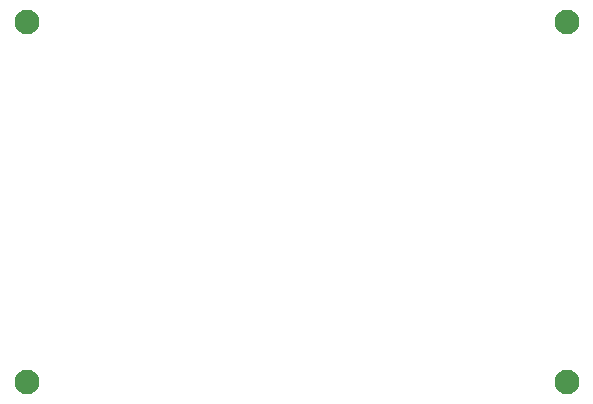
<source format=gbr>
%TF.GenerationSoftware,KiCad,Pcbnew,7.0.10*%
%TF.CreationDate,2024-01-18T02:20:18-05:00*%
%TF.ProjectId,Dattalogger_Board,44617474-616c-46f6-9767-65725f426f61,1*%
%TF.SameCoordinates,Original*%
%TF.FileFunction,NonPlated,1,2,NPTH,Drill*%
%TF.FilePolarity,Positive*%
%FSLAX46Y46*%
G04 Gerber Fmt 4.6, Leading zero omitted, Abs format (unit mm)*
G04 Created by KiCad (PCBNEW 7.0.10) date 2024-01-18 02:20:18*
%MOMM*%
%LPD*%
G01*
G04 APERTURE LIST*
%TA.AperFunction,ComponentDrill*%
%ADD10C,2.100000*%
%TD*%
G04 APERTURE END LIST*
D10*
%TO.C,H1*%
X129540000Y-63500000D03*
%TO.C,H2*%
X129540000Y-93980000D03*
%TO.C,H3*%
X175260000Y-63500000D03*
%TO.C,H4*%
X175260000Y-93980000D03*
M02*

</source>
